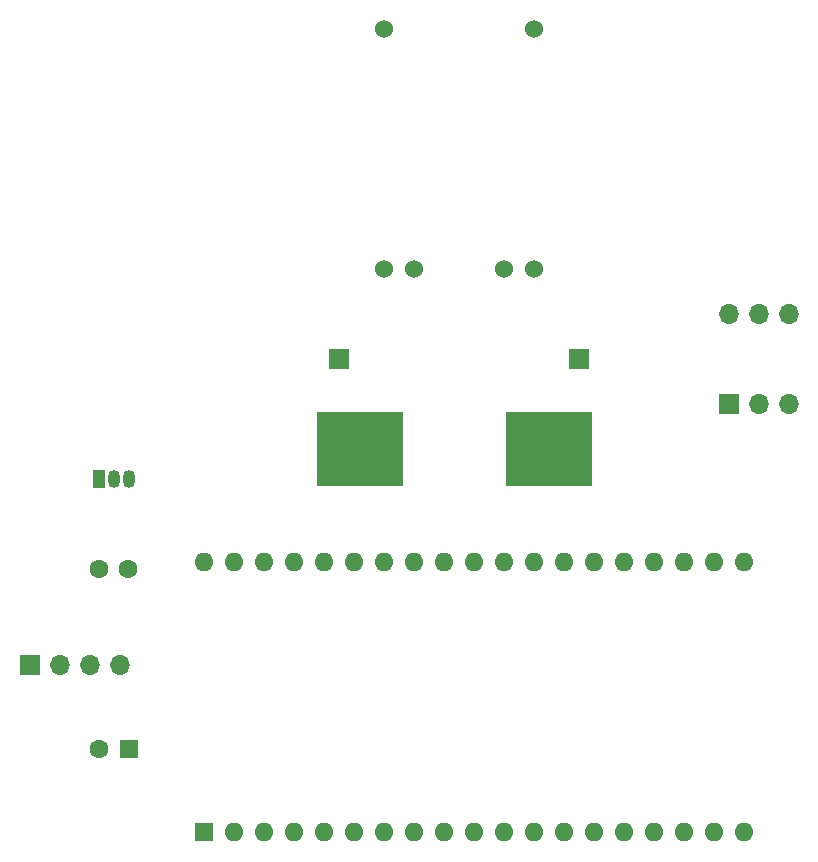
<source format=gbr>
G04 #@! TF.GenerationSoftware,KiCad,Pcbnew,(6.0.7)*
G04 #@! TF.CreationDate,2024-02-28T00:28:35-05:00*
G04 #@! TF.ProjectId,DBA,4442412e-6b69-4636-9164-5f7063625858,rev?*
G04 #@! TF.SameCoordinates,Original*
G04 #@! TF.FileFunction,Soldermask,Bot*
G04 #@! TF.FilePolarity,Negative*
%FSLAX46Y46*%
G04 Gerber Fmt 4.6, Leading zero omitted, Abs format (unit mm)*
G04 Created by KiCad (PCBNEW (6.0.7)) date 2024-02-28 00:28:35*
%MOMM*%
%LPD*%
G01*
G04 APERTURE LIST*
%ADD10R,1.050000X1.500000*%
%ADD11O,1.050000X1.500000*%
%ADD12R,1.600000X1.600000*%
%ADD13O,1.600000X1.600000*%
%ADD14C,1.600000*%
%ADD15R,1.700000X1.700000*%
%ADD16O,1.700000X1.700000*%
%ADD17C,1.524000*%
%ADD18R,7.340000X6.350000*%
G04 APERTURE END LIST*
D10*
G04 #@! TO.C,U2*
X104140000Y-93980000D03*
D11*
X105410000Y-93980000D03*
X106680000Y-93980000D03*
G04 #@! TD*
D12*
G04 #@! TO.C,U1*
X113090000Y-123880000D03*
D13*
X115630000Y-123880000D03*
X118170000Y-123880000D03*
X120710000Y-123880000D03*
X123250000Y-123880000D03*
X125790000Y-123880000D03*
X128330000Y-123880000D03*
X130870000Y-123880000D03*
X133410000Y-123880000D03*
X135950000Y-123880000D03*
X138490000Y-123880000D03*
X141030000Y-123880000D03*
X143570000Y-123880000D03*
X146110000Y-123880000D03*
X148650000Y-123880000D03*
X151190000Y-123880000D03*
X153730000Y-123880000D03*
X156270000Y-123880000D03*
X158810000Y-123880000D03*
X158810000Y-101020000D03*
X156270000Y-101020000D03*
X153730000Y-101020000D03*
X151190000Y-101020000D03*
X148650000Y-101020000D03*
X146110000Y-101020000D03*
X143570000Y-101020000D03*
X141030000Y-101020000D03*
X138490000Y-101020000D03*
X135950000Y-101020000D03*
X133410000Y-101020000D03*
X130870000Y-101020000D03*
X128330000Y-101020000D03*
X125790000Y-101020000D03*
X123250000Y-101020000D03*
X120710000Y-101020000D03*
X118170000Y-101020000D03*
X115630000Y-101020000D03*
X113090000Y-101020000D03*
G04 #@! TD*
D12*
G04 #@! TO.C,C2*
X106680000Y-116840000D03*
D14*
X104180000Y-116840000D03*
G04 #@! TD*
D15*
G04 #@! TO.C,J4*
X124460000Y-83820000D03*
G04 #@! TD*
D14*
G04 #@! TO.C,C1*
X104140000Y-101600000D03*
X106640000Y-101600000D03*
G04 #@! TD*
D15*
G04 #@! TO.C,MK2*
X98298000Y-109728000D03*
D16*
X100838000Y-109728000D03*
X103378000Y-109728000D03*
X105918000Y-109728000D03*
G04 #@! TD*
D15*
G04 #@! TO.C,MK1*
X157480000Y-87630000D03*
D16*
X160020000Y-87630000D03*
X162560000Y-87630000D03*
X162560000Y-80010000D03*
X160020000Y-80010000D03*
X157480000Y-80010000D03*
G04 #@! TD*
D15*
G04 #@! TO.C,J5*
X144780000Y-83820000D03*
G04 #@! TD*
D17*
G04 #@! TO.C,A1*
X140970000Y-76200000D03*
X140970000Y-55880000D03*
X138430000Y-76200000D03*
X128270000Y-76200000D03*
X130810000Y-76200000D03*
X128270000Y-55880000D03*
G04 #@! TD*
D18*
G04 #@! TO.C,BT1*
X126238000Y-91440000D03*
X142240000Y-91440000D03*
G04 #@! TD*
M02*

</source>
